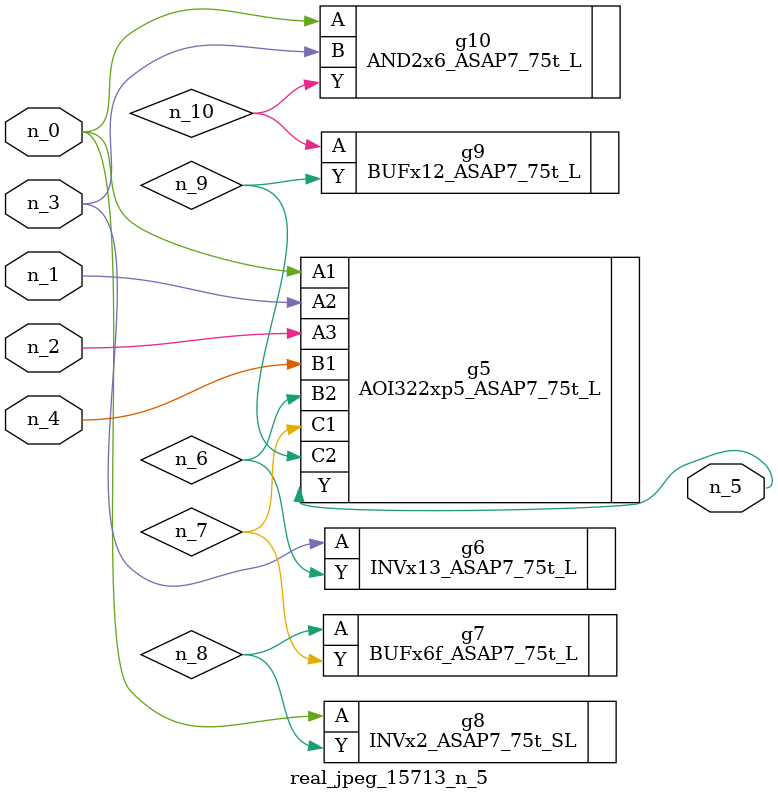
<source format=v>
module real_jpeg_15713_n_5 (n_4, n_0, n_1, n_2, n_3, n_5);

input n_4;
input n_0;
input n_1;
input n_2;
input n_3;

output n_5;

wire n_8;
wire n_6;
wire n_7;
wire n_10;
wire n_9;

AOI322xp5_ASAP7_75t_L g5 ( 
.A1(n_0),
.A2(n_1),
.A3(n_2),
.B1(n_4),
.B2(n_6),
.C1(n_7),
.C2(n_9),
.Y(n_5)
);

INVx2_ASAP7_75t_SL g8 ( 
.A(n_0),
.Y(n_8)
);

AND2x6_ASAP7_75t_L g10 ( 
.A(n_0),
.B(n_3),
.Y(n_10)
);

INVx13_ASAP7_75t_L g6 ( 
.A(n_3),
.Y(n_6)
);

BUFx6f_ASAP7_75t_L g7 ( 
.A(n_8),
.Y(n_7)
);

BUFx12_ASAP7_75t_L g9 ( 
.A(n_10),
.Y(n_9)
);


endmodule
</source>
